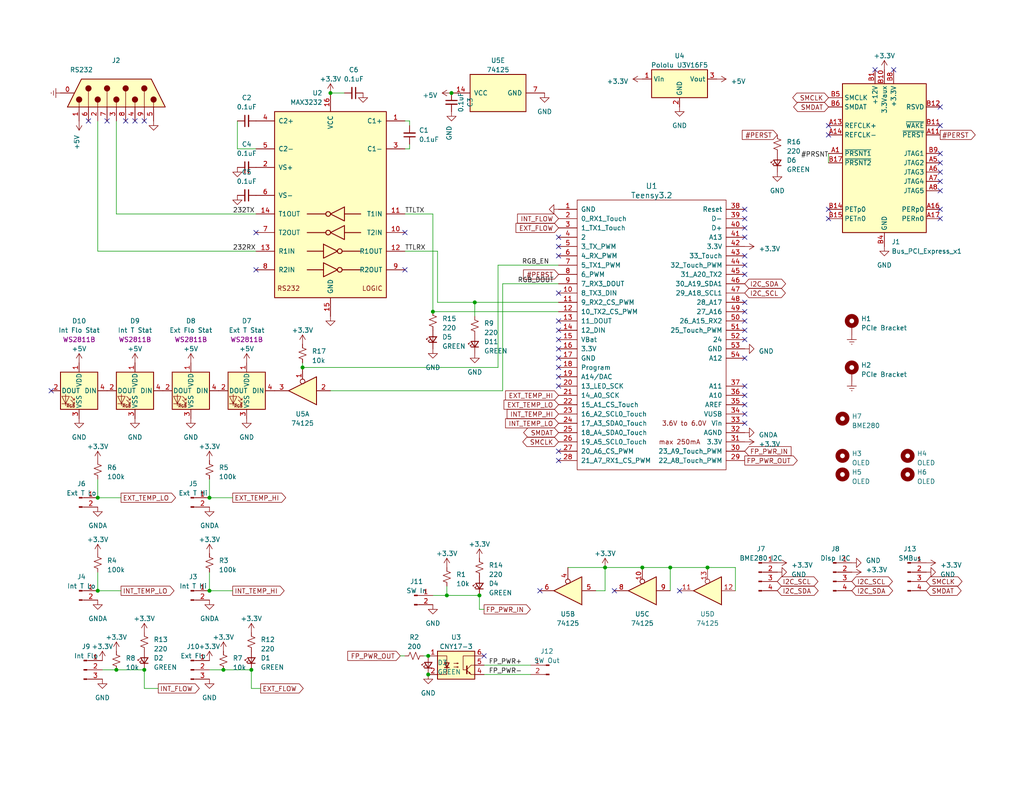
<source format=kicad_sch>
(kicad_sch (version 20231120) (generator "eeschema") (generator_version "8.0")
  (paper "USLetter")
  (title_block (title "RS232/PCIe Water Cooling Loop Controller") (date "2023-08-16") (company "AGMLego") (comment 1 "https://github.com/agmlego/water-cooling-controller"))
  (junction (at 68.58 182.88))
  (junction (at 175.26 154.94))
  (junction (at 121.92 162.56))
  (junction (at 193.04 154.94))
  (junction (at 90.17 25.4))
  (junction (at 165.1 154.94))
  (junction (at 123.19 25.4))
  (junction (at 129.54 82.55))
  (junction (at 82.55 100.33))
  (junction (at 182.88 154.94))
  (junction (at 31.75 182.88))
  (junction (at 116.84 179.07))
  (junction (at 130.81 162.56))
  (junction (at 26.67 161.29))
  (junction (at 57.15 161.29))
  (junction (at 39.37 182.88))
  (junction (at 118.11 85.09))
  (junction (at 60.96 182.88))
  (junction (at 57.15 135.89))
  (junction (at 26.67 135.89))
  (junction (at 116.84 184.15))
  (no_connect (at 152.4 100.33))
  (no_connect (at 203.2 85.09))
  (no_connect (at 110.49 73.66))
  (no_connect (at 152.4 125.73))
  (no_connect (at 24.13 33.02))
  (no_connect (at 226.06 59.69))
  (no_connect (at 238.76 19.05))
  (no_connect (at 256.54 57.15))
  (no_connect (at 147.32 161.29))
  (no_connect (at 69.85 73.66))
  (no_connect (at 152.4 67.31))
  (no_connect (at 243.84 19.05))
  (no_connect (at 203.2 113.03))
  (no_connect (at 39.37 33.02))
  (no_connect (at 152.4 92.71))
  (no_connect (at 34.29 33.02))
  (no_connect (at 203.2 87.63))
  (no_connect (at 152.4 87.63))
  (no_connect (at 203.2 57.15))
  (no_connect (at 152.4 80.01))
  (no_connect (at 152.4 69.85))
  (no_connect (at 203.2 110.49))
  (no_connect (at 203.2 72.39))
  (no_connect (at 203.2 107.95))
  (no_connect (at 69.85 63.5))
  (no_connect (at 256.54 46.99))
  (no_connect (at 13.97 106.68))
  (no_connect (at 203.2 74.93))
  (no_connect (at 167.64 161.29))
  (no_connect (at 203.2 115.57))
  (no_connect (at 203.2 64.77))
  (no_connect (at 203.2 62.23))
  (no_connect (at 256.54 44.45))
  (no_connect (at 185.42 161.29))
  (no_connect (at 226.06 57.15))
  (no_connect (at 256.54 34.29))
  (no_connect (at 36.83 33.02))
  (no_connect (at 203.2 82.55))
  (no_connect (at 226.06 34.29))
  (no_connect (at 203.2 59.69))
  (no_connect (at 29.21 33.02))
  (no_connect (at 226.06 36.83))
  (no_connect (at 203.2 90.17))
  (no_connect (at 152.4 102.87))
  (no_connect (at 203.2 92.71))
  (no_connect (at 256.54 41.91))
  (no_connect (at 256.54 52.07))
  (no_connect (at 203.2 97.79))
  (no_connect (at 152.4 105.41))
  (no_connect (at 256.54 59.69))
  (no_connect (at 152.4 95.25))
  (no_connect (at 152.4 123.19))
  (no_connect (at 152.4 64.77))
  (no_connect (at 132.08 179.07))
  (no_connect (at 110.49 63.5))
  (no_connect (at 203.2 69.85))
  (no_connect (at 203.2 105.41))
  (no_connect (at 152.4 90.17))
  (no_connect (at 152.4 97.79))
  (no_connect (at 256.54 29.21))
  (no_connect (at 256.54 49.53))
  (wire (pts (xy 26.67 135.89) (xy 26.67 130.81)))
  (wire (pts (xy 135.89 72.39) (xy 135.89 100.33)))
  (wire (pts (xy 111.76 33.02) (xy 111.76 34.29)))
  (wire (pts (xy 152.4 85.09) (xy 118.11 85.09)))
  (wire (pts (xy 31.75 33.02) (xy 31.75 58.42)))
  (wire (pts (xy 129.54 82.55) (xy 129.54 86.36)))
  (wire (pts (xy 144.78 181.61) (xy 132.08 181.61)))
  (wire (pts (xy 31.75 182.88) (xy 39.37 182.88)))
  (wire (pts (xy 110.49 179.07) (xy 109.22 179.07)))
  (wire (pts (xy 68.58 187.96) (xy 68.58 182.88)))
  (wire (pts (xy 121.92 162.56) (xy 118.11 162.56)))
  (wire (pts (xy 111.76 39.37) (xy 111.76 40.64)))
  (wire (pts (xy 200.66 161.29) (xy 200.66 154.94)))
  (wire (pts (xy 152.4 77.47) (xy 137.16 77.47)))
  (wire (pts (xy 57.15 156.21) (xy 57.15 161.29)))
  (wire (pts (xy 182.88 161.29) (xy 182.88 154.94)))
  (wire (pts (xy 57.15 161.29) (xy 63.5 161.29)))
  (wire (pts (xy 26.67 33.02) (xy 26.67 68.58)))
  (wire (pts (xy 129.54 82.55) (xy 119.38 82.55)))
  (wire (pts (xy 165.1 161.29) (xy 165.1 154.94)))
  (wire (pts (xy 200.66 154.94) (xy 193.04 154.94)))
  (wire (pts (xy 119.38 68.58) (xy 110.49 68.58)))
  (wire (pts (xy 121.92 162.56) (xy 130.81 162.56)))
  (wire (pts (xy 165.1 154.94) (xy 154.94 154.94)))
  (wire (pts (xy 60.96 182.88) (xy 68.58 182.88)))
  (wire (pts (xy 64.77 33.02) (xy 64.77 40.64)))
  (wire (pts (xy 33.02 161.29) (xy 26.67 161.29)))
  (wire (pts (xy 182.88 154.94) (xy 175.26 154.94)))
  (wire (pts (xy 132.08 166.37) (xy 130.81 166.37)))
  (wire (pts (xy 137.16 106.68) (xy 90.17 106.68)))
  (wire (pts (xy 39.37 187.96) (xy 39.37 182.88)))
  (wire (pts (xy 111.76 40.64) (xy 110.49 40.64)))
  (wire (pts (xy 57.15 182.88) (xy 60.96 182.88)))
  (wire (pts (xy 152.4 72.39) (xy 135.89 72.39)))
  (wire (pts (xy 144.78 184.15) (xy 132.08 184.15)))
  (wire (pts (xy 182.88 154.94) (xy 193.04 154.94)))
  (wire (pts (xy 115.57 179.07) (xy 116.84 179.07)))
  (wire (pts (xy 135.89 100.33) (xy 82.55 100.33)))
  (wire (pts (xy 130.81 166.37) (xy 130.81 162.56)))
  (wire (pts (xy 82.55 99.06) (xy 82.55 100.33)))
  (wire (pts (xy 69.85 58.42) (xy 31.75 58.42)))
  (wire (pts (xy 57.15 135.89) (xy 63.5 135.89)))
  (wire (pts (xy 118.11 58.42) (xy 110.49 58.42)))
  (wire (pts (xy 71.12 187.96) (xy 68.58 187.96)))
  (wire (pts (xy 110.49 33.02) (xy 111.76 33.02)))
  (wire (pts (xy 162.56 161.29) (xy 165.1 161.29)))
  (wire (pts (xy 64.77 40.64) (xy 69.85 40.64)))
  (wire (pts (xy 121.92 160.02) (xy 121.92 162.56)))
  (wire (pts (xy 165.1 154.94) (xy 175.26 154.94)))
  (wire (pts (xy 26.67 161.29) (xy 26.67 156.21)))
  (wire (pts (xy 226.06 41.91) (xy 226.06 44.45)))
  (wire (pts (xy 27.94 182.88) (xy 31.75 182.88)))
  (wire (pts (xy 119.38 82.55) (xy 119.38 68.58)))
  (wire (pts (xy 118.11 85.09) (xy 118.11 58.42)))
  (wire (pts (xy 33.02 135.89) (xy 26.67 135.89)))
  (wire (pts (xy 69.85 68.58) (xy 26.67 68.58)))
  (wire (pts (xy 152.4 82.55) (xy 129.54 82.55)))
  (wire (pts (xy 93.98 25.4) (xy 90.17 25.4)))
  (wire (pts (xy 43.18 187.96) (xy 39.37 187.96)))
  (wire (pts (xy 137.16 77.47) (xy 137.16 106.68)))
  (wire (pts (xy 57.15 130.81) (xy 57.15 135.89)))
  (label "FP_PWR+" (at 133.35 181.61 0))
  (label "#PRSNT" (at 226.06 43.18 180))
  (label "RGB_DOUT" (at 151.13 77.47 180))
  (label "232RX" (at 63.5 68.58 0))
  (label "TTLRX" (at 110.49 68.58 0))
  (label "RGB_EN" (at 149.86 72.39 180))
  (label "FP_PWR-" (at 133.35 184.15 0))
  (label "TTLTX" (at 110.49 58.42 0))
  (label "232TX" (at 63.5 58.42 0))
  (global_label "I2C_SCL" (shape bidirectional) (at 232.41 158.75 0) (property "Intersheetrefs" "${INTERSHEET_REFS}" (effects (hide yes))))
  (global_label "EXT_TEMP_HI" (shape input) (at 152.4 107.95 180) (property "Intersheetrefs" "${INTERSHEET_REFS}" (effects (hide yes))))
  (global_label "I2C_SCL" (shape bidirectional) (at 212.09 158.75 0) (property "Intersheetrefs" "${INTERSHEET_REFS}" (effects (hide yes))))
  (global_label "I2C_SDA" (shape bidirectional) (at 203.2 77.47 0) (property "Intersheetrefs" "${INTERSHEET_REFS}" (effects (hide yes))))
  (global_label "EXT_FLOW" (shape output) (at 71.12 187.96 0) (property "Intersheetrefs" "${INTERSHEET_REFS}" (effects (hide yes))))
  (global_label "INT_TEMP_HI" (shape input) (at 152.4 113.03 180) (property "Intersheetrefs" "${INTERSHEET_REFS}" (effects (hide yes))))
  (global_label "SMCLK" (shape bidirectional) (at 226.06 26.67 180) (property "Intersheetrefs" "${INTERSHEET_REFS}" (effects (hide yes))))
  (global_label "SMCLK" (shape bidirectional) (at 152.4 120.65 180) (property "Intersheetrefs" "${INTERSHEET_REFS}" (effects (hide yes))))
  (global_label "#PERST" (shape input) (at 152.4 74.93 180) (property "Intersheetrefs" "${INTERSHEET_REFS}" (effects (hide yes))))
  (global_label "SMDAT" (shape bidirectional) (at 226.06 29.21 180) (property "Intersheetrefs" "${INTERSHEET_REFS}" (effects (hide yes))))
  (global_label "INT_FLOW" (shape input) (at 152.4 59.69 180) (property "Intersheetrefs" "${INTERSHEET_REFS}" (effects (hide yes))))
  (global_label "EXT_TEMP_LO" (shape input) (at 152.4 110.49 180) (property "Intersheetrefs" "${INTERSHEET_REFS}" (effects (hide yes))))
  (global_label "I2C_SDA" (shape bidirectional) (at 232.41 161.29 0) (property "Intersheetrefs" "${INTERSHEET_REFS}" (effects (hide yes))))
  (global_label "EXT_FLOW" (shape input) (at 152.4 62.23 180) (property "Intersheetrefs" "${INTERSHEET_REFS}" (effects (hide yes))))
  (global_label "FP_PWR_OUT" (shape output) (at 203.2 125.73 0) (property "Intersheetrefs" "${INTERSHEET_REFS}" (effects (hide yes))))
  (global_label "SMDAT" (shape bidirectional) (at 252.73 161.29 0) (property "Intersheetrefs" "${INTERSHEET_REFS}" (effects (hide yes))))
  (global_label "#PERST" (shape output) (at 256.54 36.83 0) (property "Intersheetrefs" "${INTERSHEET_REFS}" (effects (hide yes))))
  (global_label "EXT_TEMP_LO" (shape output) (at 33.02 135.89 0) (property "Intersheetrefs" "${INTERSHEET_REFS}" (effects (hide yes))))
  (global_label "#PERST" (shape input) (at 212.09 36.83 180) (property "Intersheetrefs" "${INTERSHEET_REFS}" (effects (hide yes))))
  (global_label "EXT_TEMP_HI" (shape output) (at 63.5 135.89 0) (property "Intersheetrefs" "${INTERSHEET_REFS}" (effects (hide yes))))
  (global_label "INT_TEMP_LO" (shape output) (at 33.02 161.29 0) (property "Intersheetrefs" "${INTERSHEET_REFS}" (effects (hide yes))))
  (global_label "SMDAT" (shape bidirectional) (at 152.4 118.11 180) (property "Intersheetrefs" "${INTERSHEET_REFS}" (effects (hide yes))))
  (global_label "INT_TEMP_HI" (shape output) (at 63.5 161.29 0) (property "Intersheetrefs" "${INTERSHEET_REFS}" (effects (hide yes))))
  (global_label "INT_TEMP_LO" (shape input) (at 152.4 115.57 180) (property "Intersheetrefs" "${INTERSHEET_REFS}" (effects (hide yes))))
  (global_label "FP_PWR_OUT" (shape input) (at 109.22 179.07 180) (property "Intersheetrefs" "${INTERSHEET_REFS}" (effects (hide yes))))
  (global_label "SMCLK" (shape bidirectional) (at 252.73 158.75 0) (property "Intersheetrefs" "${INTERSHEET_REFS}" (effects (hide yes))))
  (global_label "I2C_SDA" (shape bidirectional) (at 212.09 161.29 0) (property "Intersheetrefs" "${INTERSHEET_REFS}" (effects (hide yes))))
  (global_label "FP_PWR_IN" (shape input) (at 203.2 123.19 0) (property "Intersheetrefs" "${INTERSHEET_REFS}" (effects (hide yes))))
  (global_label "FP_PWR_IN" (shape output) (at 132.08 166.37 0) (property "Intersheetrefs" "${INTERSHEET_REFS}" (effects (hide yes))))
  (global_label "INT_FLOW" (shape output) (at 43.18 187.96 0) (property "Intersheetrefs" "${INTERSHEET_REFS}" (effects (hide yes))))
  (global_label "I2C_SCL" (shape bidirectional) (at 203.2 80.01 0) (property "Intersheetrefs" "${INTERSHEET_REFS}" (effects (hide yes))))
  (symbol (lib_id "power:+5V") (at 195.58 21.59 270) (unit 1)
    (property "Reference" "#PWR024" (effects (hide yes)))
    (property "Value" "+5V" (at 199.39 22.225 90) (effects (justify left)))
  )
  (symbol (lib_id "power:GND") (at 64.77 45.72 0) (unit 1)
    (property "Reference" "#PWR039" (effects (hide yes)))
    (property "Value" "GND" (effects (hide yes)))
  )
  (symbol (lib_id "Device:LED_Small") (at 129.54 93.98 90) (unit 1)
    (property "Reference" "D11" (at 132.08 93.2815 90) (effects (justify right)))
    (property "Value" "GREEN" (at 132.08 95.8215 90) (effects (justify right)))
    (property "Footprint" "LED_SMD:LED_1206_3216Metric" (effects (hide yes)))
  )
  (symbol (lib_id "Connector:Conn_01x03_Pin") (at 22.86 182.88 0) (unit 1)
    (property "Reference" "J9" (at 23.495 176.53 0))
    (property "Value" "Int Flo" (at 23.495 179.07 0))
    (property "Footprint" "Connector_PinHeader_2.54mm:PinHeader_1x03_P2.54mm_Horizontal" (effects (hide yes)))
  )
  (symbol (lib_id "Device:C_Small") (at 111.76 36.83 180) (unit 1)
    (property "Reference" "C1" (at 114.3 35.5535 0) (effects (justify right)))
    (property "Value" "0.1uF" (at 114.3 38.0935 0) (effects (justify right)))
    (property "Footprint" "Capacitor_SMD:C_1206_3216Metric" (effects (hide yes)))
  )
  (symbol (lib_id "Interface_UART:MAX3232") (at 90.17 55.88 0) (mirror y) (unit 1)
    (property "Reference" "U2" (at 87.9759 25.4 0) (effects (justify left)))
    (property "Value" "MAX3232" (at 87.9759 27.94 0) (effects (justify left)))
    (property "Footprint" "Package_SO:TSSOP-16_4.4x5mm_P0.65mm" (effects (hide yes)))
    (property "Datasheet" "https://datasheets.maximintegrated.com/en/ds/MAX3222-MAX3241.pdf" (effects (hide yes)))
    (property "Description" "3.0V to 5.5V, Low-Power, up to 1Mbps, True RS-232 Transceivers Using Four 0.1μF External Capacitors" (effects (hide yes)))
  )
  (symbol (lib_id "Device:R_Small_US") (at 121.92 157.48 0) (unit 1)
    (property "Reference" "R1" (at 124.46 156.845 0) (effects (justify left)))
    (property "Value" "10k" (at 124.46 159.385 0) (effects (justify left)))
    (property "Footprint" "Resistor_SMD:R_1206_3216Metric" (effects (hide yes)))
  )
  (symbol (lib_id "power:GND") (at 41.91 33.02 0) (unit 1)
    (property "Reference" "#PWR041" (effects (hide yes)))
    (property "Value" "GND" (effects (hide yes)))
  )
  (symbol (lib_id "power:Earth") (at 16.51 25.4 270) (unit 1)
    (property "Reference" "#PWR042" (effects (hide yes)))
    (property "Value" "Earth" (effects (hide yes)))
  )
  (symbol (lib_id "power:+5V") (at 21.59 99.06 0) (unit 1)
    (property "Reference" "#PWR057" (effects (hide yes)))
    (property "Value" "+5V" (at 21.59 95.25 0))
  )
  (symbol (lib_id "Mechanical:MountingHole") (at 247.65 124.46 0) (unit 1)
    (property "Reference" "H4" (at 250.19 123.825 0) (effects (justify left)))
    (property "Value" "OLED" (at 250.19 126.365 0) (effects (justify left)))
    (property "Footprint" "MountingHole:MountingHole_2.2mm_M2" (effects (hide yes)))
  )
  (symbol (lib_id "Device:R_Small_US") (at 57.15 128.27 0) (unit 1)
    (property "Reference" "R5" (at 59.69 127.635 0) (effects (justify left)))
    (property "Value" "100k" (at 59.69 130.175 0) (effects (justify left)))
    (property "Footprint" "Resistor_SMD:R_1206_3216Metric" (effects (hide yes)))
  )
  (symbol (lib_id "power:+5V") (at 52.07 99.06 0) (unit 1)
    (property "Reference" "#PWR053" (effects (hide yes)))
    (property "Value" "+5V" (at 52.07 95.25 0))
  )
  (symbol (lib_id "power:GND") (at 116.84 184.15 0) (unit 1)
    (property "Reference" "#PWR021" (effects (hide yes)))
    (property "Value" "GND" (at 116.84 189.23 0))
  )
  (symbol (lib_id "power:+3.3V") (at 27.94 180.34 0) (unit 1)
    (property "Reference" "#PWR018" (effects (hide yes)))
    (property "Value" "+3.3V" (at 27.94 176.53 0))
  )
  (symbol (lib_id "power:GND") (at 203.2 95.25 90) (unit 1)
    (property "Reference" "#PWR03" (effects (hide yes)))
    (property "Value" "GND" (at 207.01 95.885 90) (effects (justify right)))
  )
  (symbol (lib_id "power:+3.3V") (at 82.55 93.98 0) (unit 1)
    (property "Reference" "#PWR05" (effects (hide yes)))
    (property "Value" "+3.3V" (at 82.55 90.17 0))
  )
  (symbol (lib_id "power:GND") (at 90.17 86.36 0) (unit 1)
    (property "Reference" "#PWR010" (effects (hide yes)))
    (property "Value" "GND" (effects (hide yes)))
  )
  (symbol (lib_id "power:Earth") (at 232.41 91.44 0) (unit 1)
    (property "Reference" "#PWR063" (effects (hide yes)))
    (property "Value" "Earth" (effects (hide yes)))
  )
  (symbol (lib_id "power:+3.3V") (at 252.73 153.67 270) (unit 1)
    (property "Reference" "#PWR016" (effects (hide yes)))
    (property "Value" "+3.3V" (at 256.54 154.305 90) (effects (justify left)))
  )
  (symbol (lib_id "power:+3.3V") (at 57.15 125.73 0) (unit 1)
    (property "Reference" "#PWR028" (effects (hide yes)))
    (property "Value" "+3.3V" (at 57.15 121.92 0))
  )
  (symbol (lib_id "Device:C_Small") (at 96.52 25.4 270) (unit 1)
    (property "Reference" "C6" (at 96.5136 19.05 90))
    (property "Value" "0.1uF" (at 96.5136 21.59 90))
    (property "Footprint" "Capacitor_SMD:C_1206_3216Metric" (effects (hide yes)))
  )
  (symbol (lib_id "LED:WS2812B") (at 67.31 106.68 0) (mirror y) (unit 1)
    (property "Reference" "D7" (at 67.31 87.63 0))
    (property "Value" "Ext T Stat" (at 67.31 90.17 0))
    (property "Footprint" "LED_SMD:LED_WS2812B_PLCC4_5.0x5.0mm_P3.2mm" (effects (hide yes)))
    (property "Datasheet" "https://cdn-shop.adafruit.com/datasheets/WS2812B.pdf" (effects (hide yes)))
    (property "Signal" "WS2811B" (at 67.31 92.71 0))
  )
  (symbol (lib_id "power:GND") (at 36.83 114.3 0) (unit 1)
    (property "Reference" "#PWR056" (effects (hide yes)))
    (property "Value" "GND" (at 36.83 119.38 0))
  )
  (symbol (lib_id "teensy:Teensy3.2") (at 177.8 91.44 0) (unit 1)
    (property "Reference" "U1" (at 177.8 50.8 0) (effects (font (size 1.524 1.524))))
    (property "Value" "Teensy3.2" (at 177.8 53.34 0) (effects (font (size 1.524 1.524))))
    (property "Footprint" "teensy:Teensy30_31_32_All_Pins" (effects (hide yes)))
  )
  (symbol (lib_id "power:+3.3V") (at 212.09 153.67 270) (unit 1)
    (property "Reference" "#PWR012" (effects (hide yes)))
    (property "Value" "+3.3V" (at 215.9 154.305 90) (effects (justify left)))
  )
  (symbol (lib_id "Device:R_Small_US") (at 82.55 96.52 0) (unit 1)
    (property "Reference" "R17" (at 85.09 95.885 0) (effects (justify left)))
    (property "Value" "10k" (at 85.09 98.425 0) (effects (justify left)))
    (property "Footprint" "Resistor_SMD:R_1206_3216Metric" (effects (hide yes)))
  )
  (symbol (lib_id "Device:R_Small_US") (at 129.54 88.9 0) (unit 1)
    (property "Reference" "R9" (at 132.08 88.265 0) (effects (justify left)))
    (property "Value" "220" (at 132.08 90.805 0) (effects (justify left)))
    (property "Footprint" "Resistor_SMD:R_1206_3216Metric" (effects (hide yes)))
  )
  (symbol (lib_id "Device:LED_Small") (at 212.09 44.45 90) (unit 1)
    (property "Reference" "D6" (at 214.63 43.7515 90) (effects (justify right)))
    (property "Value" "GREEN" (at 214.63 46.2915 90) (effects (justify right)))
    (property "Footprint" "LED_SMD:LED_1206_3216Metric" (effects (hide yes)))
  )
  (symbol (lib_id "power:+3.3V") (at 31.75 177.8 0) (unit 1)
    (property "Reference" "#PWR036" (effects (hide yes)))
    (property "Value" "+3.3V" (at 31.75 173.99 0))
  )
  (symbol (lib_id "Connector:DE9_Plug_MountingHoles") (at 31.75 25.4 270) (mirror x) (unit 1)
    (property "Reference" "J2" (at 30.48 16.51 90) (effects (justify left)))
    (property "Value" "RS232" (at 19.05 19.05 90) (effects (justify left)))
    (property "Footprint" "Connector_Dsub:DSUB-9_Female_Horizontal_P2.77x2.84mm_EdgePinOffset7.70mm_Housed_MountingHolesOffset9.12mm" (effects (hide yes)))
    (property "Datasheet" " ~" (effects (hide yes)))
  )
  (symbol (lib_id "Connector:Conn_01x04_Pin") (at 247.65 156.21 0) (unit 1)
    (property "Reference" "J13" (at 248.285 149.86 0))
    (property "Value" "SMBus" (at 248.285 152.4 0))
    (property "Footprint" "Connector_PinHeader_2.54mm:PinHeader_1x04_P2.54mm_Vertical" (effects (hide yes)))
  )
  (symbol (lib_id "Device:LED_Small") (at 68.58 180.34 90) (unit 1)
    (property "Reference" "D1" (at 71.12 179.6415 90) (effects (justify right)))
    (property "Value" "GREEN" (at 71.12 182.1815 90) (effects (justify right)))
    (property "Footprint" "LED_SMD:LED_1206_3216Metric" (effects (hide yes)))
  )
  (symbol (lib_id "74xx:SN74LV4T125") (at 154.94 161.29 180) (unit 2)
    (property "Reference" "U5" (at 154.94 167.64 0))
    (property "Value" "74125" (at 154.94 170.18 0))
    (property "Footprint" "Package_SO:TSSOP-14_4.4x5mm_P0.65mm" (effects (hide yes)))
    (property "Datasheet" "https://www.ti.com/lit/ds/symlink/sn74lv4t125.pdf" (effects (hide yes)))
  )
  (symbol (lib_id "power:GND") (at 232.41 153.67 90) (mirror x) (unit 1)
    (property "Reference" "#PWR015" (effects (hide yes)))
    (property "Value" "GND" (at 236.22 153.035 90) (effects (justify right)))
  )
  (symbol (lib_id "power:GND") (at 123.19 30.48 0) (unit 1)
    (property "Reference" "#PWR062" (effects (hide yes)))
    (property "Value" "GND" (at 122.555 34.29 90) (effects (justify right)))
  )
  (symbol (lib_id "power:+3.3V") (at 57.15 151.13 0) (unit 1)
    (property "Reference" "#PWR026" (effects (hide yes)))
    (property "Value" "+3.3V" (at 57.15 147.32 0))
  )
  (symbol (lib_id "power:+3.3V") (at 175.26 21.59 90) (unit 1)
    (property "Reference" "#PWR023" (effects (hide yes)))
    (property "Value" "+3.3V" (at 171.45 22.225 90) (effects (justify left)))
  )
  (symbol (lib_id "Connector:Conn_01x02_Pin") (at 21.59 161.29 0) (unit 1)
    (property "Reference" "J4" (at 22.225 157.48 0))
    (property "Value" "Int T Lo" (at 22.225 160.02 0))
    (property "Footprint" "Connector_PinHeader_2.54mm:PinHeader_1x02_P2.54mm_Horizontal" (effects (hide yes)))
  )
  (symbol (lib_id "power:GNDA") (at 26.67 163.83 0) (unit 1)
    (property "Reference" "#PWR032" (effects (hide yes)))
    (property "Value" "GNDA" (at 26.67 168.91 0))
  )
  (symbol (lib_id "Mechanical:MountingHole_Pad") (at 232.41 101.6 0) (unit 1)
    (property "Reference" "H2" (at 234.95 99.695 0) (effects (justify left)))
    (property "Value" "PCIe Bracket" (at 234.95 102.235 0) (effects (justify left)))
    (property "Footprint" "MountingHole:MountingHole_3.2mm_M3_Pad_Via" (effects (hide yes)))
  )
  (symbol (lib_id "Connector:Conn_01x04_Pin") (at 227.33 156.21 0) (unit 1)
    (property "Reference" "J8" (at 227.965 149.86 0))
    (property "Value" "Disp I2C" (at 227.965 152.4 0))
    (property "Footprint" "Connector_PinHeader_2.54mm:PinHeader_1x04_P2.54mm_Vertical" (effects (hide yes)))
  )
  (symbol (lib_id "power:GND") (at 27.94 185.42 0) (unit 1)
    (property "Reference" "#PWR035" (effects (hide yes)))
    (property "Value" "GND" (at 27.94 190.5 0))
  )
  (symbol (lib_id "Device:LED_Small") (at 116.84 181.61 90) (unit 1)
    (property "Reference" "D3" (at 119.38 180.9115 90) (effects (justify right)))
    (property "Value" "GREEN" (at 119.38 183.4515 90) (effects (justify right)))
    (property "Footprint" "LED_SMD:LED_1206_3216Metric" (effects (hide yes)))
  )
  (symbol (lib_id "power:GND") (at 212.09 46.99 0) (unit 1)
    (property "Reference" "#PWR048" (effects (hide yes)))
    (property "Value" "GND" (at 212.09 52.07 0))
  )
  (symbol (lib_id "LED:WS2812B") (at 36.83 106.68 0) (mirror y) (unit 1)
    (property "Reference" "D9" (at 36.83 87.63 0))
    (property "Value" "Int T Stat" (at 36.83 90.17 0))
    (property "Footprint" "LED_SMD:LED_WS2812B_PLCC4_5.0x5.0mm_P3.2mm" (effects (hide yes)))
    (property "Datasheet" "https://cdn-shop.adafruit.com/datasheets/WS2812B.pdf" (effects (hide yes)))
    (property "Signal" "WS2811B" (at 36.83 92.71 0))
  )
  (symbol (lib_id "Connector:Conn_01x02_Pin") (at 149.86 181.61 0) (mirror y) (unit 1)
    (property "Reference" "J12" (at 149.225 177.8 0))
    (property "Value" "SW Out" (at 149.225 180.34 0))
    (property "Footprint" "Connector_PinHeader_2.54mm:PinHeader_1x02_P2.54mm_Horizontal" (effects (hide yes)))
  )
  (symbol (lib_id "Connector:Conn_01x04_Pin") (at 207.01 156.21 0) (unit 1)
    (property "Reference" "J7" (at 207.645 149.86 0))
    (property "Value" "BME280 I2C" (at 207.645 152.4 0))
    (property "Footprint" "Connector_PinHeader_2.54mm:PinHeader_1x04_P2.54mm_Vertical" (effects (hide yes)))
  )
  (symbol (lib_id "Device:C_Small") (at 123.19 27.94 0) (unit 1)
    (property "Reference" "C3" (at 128.27 27.9463 90))
    (property "Value" "0.1uF" (at 125.73 27.9463 90))
    (property "Footprint" "Capacitor_SMD:C_1206_3216Metric" (effects (hide yes)))
  )
  (symbol (lib_id "Device:R_Small_US") (at 212.09 39.37 0) (unit 1)
    (property "Reference" "R16" (at 214.63 38.735 0) (effects (justify left)))
    (property "Value" "220" (at 214.63 41.275 0) (effects (justify left)))
    (property "Footprint" "Resistor_SMD:R_1206_3216Metric" (effects (hide yes)))
  )
  (symbol (lib_id "Device:C_Small") (at 67.31 45.72 90) (unit 1)
    (property "Reference" "C4" (at 67.3163 39.37 90))
    (property "Value" "0.1uF" (at 67.3163 41.91 90))
    (property "Footprint" "Capacitor_SMD:C_1206_3216Metric" (effects (hide yes)))
  )
  (symbol (lib_id "power:+3.3V") (at 60.96 177.8 0) (unit 1)
    (property "Reference" "#PWR037" (effects (hide yes)))
    (property "Value" "+3.3V" (at 60.96 173.99 0))
  )
  (symbol (lib_id "power:GND") (at 129.54 96.52 0) (unit 1)
    (property "Reference" "#PWR043" (effects (hide yes)))
    (property "Value" "GND" (at 129.54 101.6 0))
  )
  (symbol (lib_id "Connector:Conn_01x02_Pin") (at 113.03 162.56 0) (unit 1)
    (property "Reference" "J11" (at 113.665 158.75 0))
    (property "Value" "SW In" (at 113.665 161.29 0))
    (property "Footprint" "Connector_PinHeader_2.54mm:PinHeader_1x02_P2.54mm_Horizontal" (effects (hide yes)))
  )
  (symbol (lib_id "Device:C_Small") (at 67.31 33.02 90) (unit 1)
    (property "Reference" "C2" (at 67.3163 26.67 90))
    (property "Value" "0.1uF" (at 67.3163 29.21 90))
    (property "Footprint" "Capacitor_SMD:C_1206_3216Metric" (effects (hide yes)))
  )
  (symbol (lib_id "Device:R_Small_US") (at 26.67 128.27 0) (unit 1)
    (property "Reference" "R6" (at 29.21 127.635 0) (effects (justify left)))
    (property "Value" "100k" (at 29.21 130.175 0) (effects (justify left)))
    (property "Footprint" "Resistor_SMD:R_1206_3216Metric" (effects (hide yes)))
  )
  (symbol (lib_id "power:GNDA") (at 26.67 138.43 0) (unit 1)
    (property "Reference" "#PWR030" (effects (hide yes)))
    (property "Value" "GNDA" (at 26.67 143.51 0))
  )
  (symbol (lib_id "Mechanical:MountingHole") (at 229.87 114.3 0) (unit 1)
    (property "Reference" "H7" (at 232.41 113.665 0) (effects (justify left)))
    (property "Value" "BME280" (at 232.41 116.205 0) (effects (justify left)))
    (property "Footprint" "MountingHole:MountingHole_3.2mm_M3" (effects (hide yes)))
  )
  (symbol (lib_id "power:+3.3V") (at 165.1 154.94 0) (unit 1)
    (property "Reference" "#PWR059" (effects (hide yes)))
    (property "Value" "+3.3V" (at 165.1 151.13 0))
  )
  (symbol (lib_id "Device:LED_Small") (at 118.11 92.71 90) (unit 1)
    (property "Reference" "D5" (at 120.65 92.0115 90) (effects (justify right)))
    (property "Value" "GREEN" (at 120.65 94.5515 90) (effects (justify right)))
    (property "Footprint" "LED_SMD:LED_1206_3216Metric" (effects (hide yes)))
  )
  (symbol (lib_id "Connector:Conn_01x03_Pin") (at 52.07 182.88 0) (unit 1)
    (property "Reference" "J10" (at 52.705 176.53 0))
    (property "Value" "Ext Flo" (at 52.705 179.07 0))
    (property "Footprint" "Connector_PinHeader_2.54mm:PinHeader_1x03_P2.54mm_Horizontal" (effects (hide yes)))
  )
  (symbol (lib_id "74xx:SN74LV4T125") (at 135.89 25.4 90) (unit 5)
    (property "Reference" "U5" (at 135.89 16.51 90))
    (property "Value" "74125" (at 135.89 19.05 90))
    (property "Footprint" "Package_SO:TSSOP-14_4.4x5mm_P0.65mm" (effects (hide yes)))
    (property "Datasheet" "https://www.ti.com/lit/ds/symlink/sn74lv4t125.pdf" (effects (hide yes)))
  )
  (symbol (lib_id "Device:R_Small_US") (at 26.67 153.67 0) (unit 1)
    (property "Reference" "R4" (at 29.21 153.035 0) (effects (justify left)))
    (property "Value" "100k" (at 29.21 155.575 0) (effects (justify left)))
    (property "Footprint" "Resistor_SMD:R_1206_3216Metric" (effects (hide yes)))
  )
  (symbol (lib_id "power:GND") (at 67.31 114.3 0) (unit 1)
    (property "Reference" "#PWR052" (effects (hide yes)))
    (property "Value" "GND" (at 67.31 119.38 0))
  )
  (symbol (lib_id "power:+3.3V") (at 232.41 156.21 270) (mirror x) (unit 1)
    (property "Reference" "#PWR013" (effects (hide yes)))
    (property "Value" "+3.3V" (at 236.22 155.575 90) (effects (justify left)))
  )
  (symbol (lib_id "power:+5V") (at 21.59 33.02 180) (unit 1)
    (property "Reference" "#PWR065" (effects (hide yes)))
    (property "Value" "+5V" (at 20.955 36.83 90) (effects (justify left)))
  )
  (symbol (lib_id "power:GND") (at 185.42 29.21 0) (unit 1)
    (property "Reference" "#PWR022" (effects (hide yes)))
    (property "Value" "GND" (at 185.42 34.29 0))
  )
  (symbol (lib_id "power:GND") (at 64.77 53.34 0) (unit 1)
    (property "Reference" "#PWR038" (effects (hide yes)))
    (property "Value" "GND" (effects (hide yes)))
  )
  (symbol (lib_id "Device:R_Small_US") (at 68.58 175.26 0) (unit 1)
    (property "Reference" "R12" (at 71.12 174.625 0) (effects (justify left)))
    (property "Value" "220" (at 71.12 177.165 0) (effects (justify left)))
    (property "Footprint" "Resistor_SMD:R_1206_3216Metric" (effects (hide yes)))
  )
  (symbol (lib_id "Connector:Conn_01x02_Pin") (at 21.59 135.89 0) (unit 1)
    (property "Reference" "J6" (at 22.225 132.08 0))
    (property "Value" "Ext T Lo" (at 22.225 134.62 0))
    (property "Footprint" "Connector_PinHeader_2.54mm:PinHeader_1x02_P2.54mm_Horizontal" (effects (hide yes)))
  )
  (symbol (lib_id "Mechanical:MountingHole") (at 229.87 129.54 0) (unit 1)
    (property "Reference" "H5" (at 232.41 128.905 0) (effects (justify left)))
    (property "Value" "OLED" (at 232.41 131.445 0) (effects (justify left)))
    (property "Footprint" "MountingHole:MountingHole_2.2mm_M2" (effects (hide yes)))
  )
  (symbol (lib_id "power:+3.3V") (at 241.3 19.05 0) (unit 1)
    (property "Reference" "#PWR06" (effects (hide yes)))
    (property "Value" "+3.3V" (at 241.3 15.24 0))
  )
  (symbol (lib_id "power:GNDA") (at 203.2 118.11 90) (unit 1)
    (property "Reference" "#PWR025" (effects (hide yes)))
    (property "Value" "GNDA" (at 207.01 118.745 90) (effects (justify right)))
  )
  (symbol (lib_id "LED:WS2812B") (at 52.07 106.68 0) (mirror y) (unit 1)
    (property "Reference" "D8" (at 52.07 87.63 0))
    (property "Value" "Ext Flo Stat" (at 52.07 90.17 0))
    (property "Footprint" "LED_SMD:LED_WS2812B_PLCC4_5.0x5.0mm_P3.2mm" (effects (hide yes)))
    (property "Datasheet" "https://cdn-shop.adafruit.com/datasheets/WS2812B.pdf" (effects (hide yes)))
    (property "Signal" "WS2811B" (at 52.07 92.71 0))
  )
  (symbol (lib_id "power:+5V") (at 36.83 99.06 0) (unit 1)
    (property "Reference" "#PWR055" (effects (hide yes)))
    (property "Value" "+5V" (at 36.83 95.25 0))
  )
  (symbol (lib_id "power:+3.3V") (at 26.67 125.73 0) (unit 1)
    (property "Reference" "#PWR029" (effects (hide yes)))
    (property "Value" "+3.3V" (at 26.67 121.92 0))
  )
  (symbol (lib_id "74xx:SN74LV4T125") (at 193.04 161.29 180) (unit 4)
    (property "Reference" "U5" (at 193.04 167.64 0))
    (property "Value" "74125" (at 193.04 170.18 0))
    (property "Footprint" "Package_SO:TSSOP-14_4.4x5mm_P0.65mm" (effects (hide yes)))
    (property "Datasheet" "https://www.ti.com/lit/ds/symlink/sn74lv4t125.pdf" (effects (hide yes)))
  )
  (symbol (lib_id "power:GND") (at 99.06 25.4 0) (unit 1)
    (property "Reference" "#PWR040" (effects (hide yes)))
    (property "Value" "GND" (effects (hide yes)))
  )
  (symbol (lib_id "power:GNDA") (at 57.15 163.83 0) (unit 1)
    (property "Reference" "#PWR033" (effects (hide yes)))
    (property "Value" "GNDA" (at 57.15 168.91 0))
  )
  (symbol (lib_id "power:GND") (at 148.59 25.4 0) (unit 1)
    (property "Reference" "#PWR049" (effects (hide yes)))
    (property "Value" "GND" (at 148.59 30.48 0))
  )
  (symbol (lib_id "Isolator:CNY17-3") (at 124.46 181.61 0) (unit 1)
    (property "Reference" "U3" (at 124.46 173.99 0))
    (property "Value" "CNY17-3" (at 124.46 176.53 0))
    (property "Footprint" "Package_DIP:SMDIP-6_W7.62mm" (effects (hide yes)))
    (property "Datasheet" "http://www.vishay.com/docs/83606/cny17.pdf" (effects (hide yes)))
  )
  (symbol (lib_id "Regulator_Switching:TSR_1-2412") (at 185.42 24.13 0) (unit 1)
    (property "Reference" "U4" (at 185.42 15.24 0))
    (property "Value" "Pololu U3V16F5" (at 185.42 17.78 0))
    (property "Footprint" "Connector_PinHeader_2.54mm:PinHeader_1x03_P2.54mm_Vertical" (effects (hide yes)))
    (property "Datasheet" "http://www.tracopower.com/products/tsr1.pdf" (effects (hide yes)))
  )
  (symbol (lib_id "Mechanical:MountingHole_Pad") (at 232.41 88.9 0) (unit 1)
    (property "Reference" "H1" (at 234.95 86.995 0) (effects (justify left)))
    (property "Value" "PCIe Bracket" (at 234.95 89.535 0) (effects (justify left)))
    (property "Footprint" "MountingHole:MountingHole_3.2mm_M3_Pad_Via" (effects (hide yes)))
  )
  (symbol (lib_id "power:GND") (at 118.11 165.1 0) (unit 1)
    (property "Reference" "#PWR019" (effects (hide yes)))
    (property "Value" "GND" (at 118.11 170.18 0))
  )
  (symbol (lib_id "power:GND") (at 212.09 156.21 90) (unit 1)
    (property "Reference" "#PWR014" (effects (hide yes)))
    (property "Value" "GND" (at 215.9 156.845 90) (effects (justify right)))
  )
  (symbol (lib_id "Mechanical:MountingHole") (at 229.87 124.46 0) (unit 1)
    (property "Reference" "H3" (at 232.41 123.825 0) (effects (justify left)))
    (property "Value" "OLED" (at 232.41 126.365 0) (effects (justify left)))
    (property "Footprint" "MountingHole:MountingHole_2.2mm_M2" (effects (hide yes)))
  )
  (symbol (lib_id "power:+3.3V") (at 26.67 151.13 0) (unit 1)
    (property "Reference" "#PWR027" (effects (hide yes)))
    (property "Value" "+3.3V" (at 26.67 147.32 0))
  )
  (symbol (lib_id "Device:R_Small_US") (at 113.03 179.07 270) (unit 1)
    (property "Reference" "R2" (at 113.03 173.99 90))
    (property "Value" "200" (at 113.03 176.53 90))
    (property "Footprint" "Resistor_SMD:R_1206_3216Metric" (effects (hide yes)))
  )
  (symbol (lib_id "power:+3.3V") (at 130.81 152.4 0) (unit 1)
    (property "Reference" "#PWR046" (effects (hide yes)))
    (property "Value" "+3.3V" (at 130.81 148.59 0))
  )
  (symbol (lib_id "power:Earth") (at 232.41 104.14 0) (unit 1)
    (property "Reference" "#PWR064" (effects (hide yes)))
    (property "Value" "Earth" (effects (hide yes)))
  )
  (symbol (lib_id "Device:C_Small") (at 67.31 53.34 270) (unit 1)
    (property "Reference" "C5" (at 67.3036 46.99 90))
    (property "Value" "0.1uF" (at 67.3036 49.53 90))
    (property "Footprint" "Capacitor_SMD:C_1206_3216Metric" (effects (hide yes)))
  )
  (symbol (lib_id "power:+3.3V") (at 121.92 154.94 0) (unit 1)
    (property "Reference" "#PWR020" (effects (hide yes)))
    (property "Value" "+3.3V" (at 121.92 151.13 0))
  )
  (symbol (lib_id "LED:WS2812B") (at 21.59 106.68 0) (mirror y) (unit 1)
    (property "Reference" "D10" (at 21.59 87.63 0))
    (property "Value" "Int Flo Stat" (at 21.59 90.17 0))
    (property "Footprint" "LED_SMD:LED_WS2812B_PLCC4_5.0x5.0mm_P3.2mm" (effects (hide yes)))
    (property "Datasheet" "https://cdn-shop.adafruit.com/datasheets/WS2812B.pdf" (effects (hide yes)))
    (property "Signal" "WS2811B" (at 21.59 92.71 0))
  )
  (symbol (lib_id "power:+3.3V") (at 68.58 172.72 0) (unit 1)
    (property "Reference" "#PWR044" (effects (hide yes)))
    (property "Value" "+3.3V" (at 68.58 168.91 0))
  )
  (symbol (lib_id "Device:R_Small_US") (at 57.15 153.67 0) (unit 1)
    (property "Reference" "R3" (at 59.69 153.035 0) (effects (justify left)))
    (property "Value" "100k" (at 59.69 155.575 0) (effects (justify left)))
    (property "Footprint" "Resistor_SMD:R_1206_3216Metric" (effects (hide yes)))
  )
  (symbol (lib_id "power:GND") (at 52.07 114.3 0) (unit 1)
    (property "Reference" "#PWR054" (effects (hide yes)))
    (property "Value" "GND" (at 52.07 119.38 0))
  )
  (symbol (lib_id "Device:LED_Small") (at 39.37 180.34 90) (unit 1)
    (property "Reference" "D2" (at 41.91 179.6415 90) (effects (justify right)))
    (property "Value" "GREEN" (at 41.91 182.1815 90) (effects (justify right)))
    (property "Footprint" "LED_SMD:LED_1206_3216Metric" (effects (hide yes)))
  )
  (symbol (lib_id "power:+5V") (at 67.31 99.06 0) (unit 1)
    (property "Reference" "#PWR051" (effects (hide yes)))
    (property "Value" "+5V" (at 67.31 95.25 0))
  )
  (symbol (lib_id "Device:R_Small_US") (at 31.75 180.34 0) (unit 1)
    (property "Reference" "R8" (at 34.29 179.705 0) (effects (justify left)))
    (property "Value" "10k" (at 34.29 182.245 0) (effects (justify left)))
    (property "Footprint" "Resistor_SMD:R_1206_3216Metric" (effects (hide yes)))
  )
  (symbol (lib_id "power:GND") (at 152.4 57.15 270) (unit 1)
    (property "Reference" "#PWR04" (effects (hide yes)))
    (property "Value" "GND" (effects (hide yes)))
  )
  (symbol (lib_id "Device:R_Small_US") (at 130.81 154.94 0) (unit 1)
    (property "Reference" "R14" (at 133.35 154.305 0) (effects (justify left)))
    (property "Value" "220" (at 133.35 156.845 0) (effects (justify left)))
    (property "Footprint" "Resistor_SMD:R_1206_3216Metric" (effects (hide yes)))
  )
  (symbol (lib_id "power:+3.3V") (at 39.37 172.72 0) (unit 1)
    (property "Reference" "#PWR045" (effects (hide yes)))
    (property "Value" "+3.3V" (at 39.37 168.91 0))
  )
  (symbol (lib_id "Connector:Bus_PCI_Express_x1") (at 241.3 44.45 0) (unit 1)
    (property "Reference" "J1" (at 243.2559 66.04 0) (effects (justify left)))
    (property "Value" "Bus_PCI_Express_x1" (at 243.2559 68.58 0) (effects (justify left)))
    (property "Footprint" "Connector_PCBEdge:BUS_PCIexpress_x1" (effects (hide yes)))
    (property "Datasheet" "http://www.ritrontek.com/uploadfile/2016/1026/20161026105231124.pdf#page=63" (effects (hide yes)))
  )
  (symbol (lib_id "power:+3.3V") (at 203.2 67.31 270) (unit 1)
    (property "Reference" "#PWR07" (effects (hide yes)))
    (property "Value" "+3.3V" (at 207.01 67.945 90) (effects (justify left)))
  )
  (symbol (lib_id "Device:R_Small_US") (at 60.96 180.34 0) (unit 1)
    (property "Reference" "R7" (at 63.5 179.705 0) (effects (justify left)))
    (property "Value" "10k" (at 63.5 182.245 0) (effects (justify left)))
    (property "Footprint" "Resistor_SMD:R_1206_3216Metric" (effects (hide yes)))
  )
  (symbol (lib_id "Connector:Conn_01x02_Pin") (at 52.07 161.29 0) (unit 1)
    (property "Reference" "J3" (at 52.705 157.48 0))
    (property "Value" "Int T Hi" (at 52.705 160.02 0))
    (property "Footprint" "Connector_PinHeader_2.54mm:PinHeader_1x02_P2.54mm_Horizontal" (effects (hide yes)))
  )
  (symbol (lib_id "Device:LED_Small") (at 130.81 160.02 90) (unit 1)
    (property "Reference" "D4" (at 133.35 159.3215 90) (effects (justify right)))
    (property "Value" "GREEN" (at 133.35 161.8615 90) (effects (justify right)))
    (property "Footprint" "LED_SMD:LED_1206_3216Metric" (effects (hide yes)))
  )
  (symbol (lib_id "Device:R_Small_US") (at 39.37 175.26 0) (unit 1)
    (property "Reference" "R13" (at 41.91 174.625 0) (effects (justify left)))
    (property "Value" "220" (at 41.91 177.165 0) (effects (justify left)))
    (property "Footprint" "Resistor_SMD:R_1206_3216Metric" (effects (hide yes)))
  )
  (symbol (lib_id "74xx:SN74LV4T125") (at 175.26 161.29 180) (unit 3)
    (property "Reference" "U5" (at 175.26 167.64 0))
    (property "Value" "74125" (at 175.26 170.18 0))
    (property "Footprint" "Package_SO:TSSOP-14_4.4x5mm_P0.65mm" (effects (hide yes)))
    (property "Datasheet" "https://www.ti.com/lit/ds/symlink/sn74lv4t125.pdf" (effects (hide yes)))
  )
  (symbol (lib_id "power:GND") (at 118.11 95.25 0) (unit 1)
    (property "Reference" "#PWR09" (effects (hide yes)))
    (property "Value" "GND" (at 118.11 100.33 0))
  )
  (symbol (lib_id "Mechanical:MountingHole") (at 247.65 129.54 0) (unit 1)
    (property "Reference" "H6" (at 250.19 128.905 0) (effects (justify left)))
    (property "Value" "OLED" (at 250.19 131.445 0) (effects (justify left)))
    (property "Footprint" "MountingHole:MountingHole_2.2mm_M2" (effects (hide yes)))
  )
  (symbol (lib_id "power:+3.3V") (at 57.15 180.34 0) (unit 1)
    (property "Reference" "#PWR017" (effects (hide yes)))
    (property "Value" "+3.3V" (at 57.15 176.53 0))
  )
  (symbol (lib_id "74xx:SN74LV4T125") (at 82.55 106.68 180) (unit 1)
    (property "Reference" "U5" (at 82.55 113.03 0))
    (property "Value" "74125" (at 82.55 115.57 0))
    (property "Footprint" "Package_SO:TSSOP-14_4.4x5mm_P0.65mm" (effects (hide yes)))
    (property "Datasheet" "https://www.ti.com/lit/ds/symlink/sn74lv4t125.pdf" (effects (hide yes)))
  )
  (symbol (lib_id "power:GND") (at 57.15 185.42 0) (unit 1)
    (property "Reference" "#PWR034" (effects (hide yes)))
    (property "Value" "GND" (at 57.15 190.5 0))
  )
  (symbol (lib_id "power:GND") (at 241.3 67.31 0) (unit 1)
    (property "Reference" "#PWR02" (effects (hide yes)))
    (property "Value" "GND" (at 241.3 72.39 0))
  )
  (symbol (lib_id "power:GNDA") (at 57.15 138.43 0) (unit 1)
    (property "Reference" "#PWR031" (effects (hide yes)))
    (property "Value" "GNDA" (at 57.15 143.51 0))
  )
  (symbol (lib_id "power:+3.3V") (at 90.17 25.4 0) (unit 1)
    (property "Reference" "#PWR011" (effects (hide yes)))
    (property "Value" "+3.3V" (at 90.17 21.59 0))
  )
  (symbol (lib_id "power:+5V") (at 123.19 25.4 90) (unit 1)
    (property "Reference" "#PWR050" (effects (hide yes)))
    (property "Value" "+5V" (at 119.38 26.035 90) (effects (justify left)))
  )
  (symbol (lib_id "Device:R_Small_US") (at 118.11 87.63 0) (unit 1)
    (property "Reference" "R15" (at 120.65 86.995 0) (effects (justify left)))
    (property "Value" "220" (at 120.65 89.535 0) (effects (justify left)))
    (property "Footprint" "Resistor_SMD:R_1206_3216Metric" (effects (hide yes)))
  )
  (symbol (lib_id "power:GND") (at 252.73 156.21 90) (unit 1)
    (property "Reference" "#PWR01" (effects (hide yes)))
    (property "Value" "GND" (at 256.54 156.845 90) (effects (justify right)))
  )
  (symbol (lib_id "power:+3.3V") (at 203.2 120.65 270) (unit 1)
    (property "Reference" "#PWR08" (effects (hide yes)))
    (property "Value" "+3.3V" (at 207.01 121.285 90) (effects (justify left)))
  )
  (symbol (lib_id "power:GND") (at 21.59 114.3 0) (unit 1)
    (property "Reference" "#PWR058" (effects (hide yes)))
    (property "Value" "GND" (at 21.59 119.38 0))
  )
  (symbol (lib_id "Connector:Conn_01x02_Pin") (at 52.07 135.89 0) (unit 1)
    (property "Reference" "J5" (at 52.705 132.08 0))
    (property "Value" "Ext T Hi" (at 52.705 134.62 0))
    (property "Footprint" "Connector_PinHeader_2.54mm:PinHeader_1x02_P2.54mm_Horizontal" (effects (hide yes)))
  )
)
</source>
